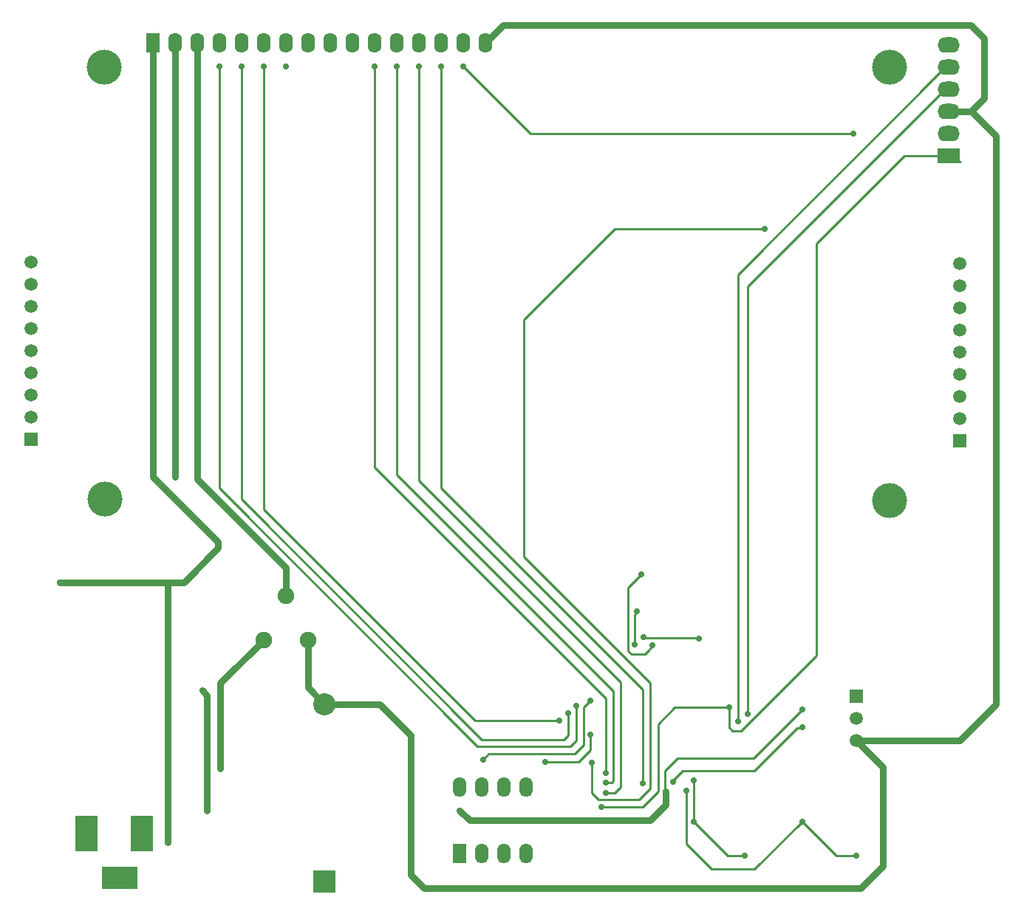
<source format=gbl>
G04*
G04 #@! TF.GenerationSoftware,Altium Limited,Altium Designer,21.0.8 (223)*
G04*
G04 Layer_Physical_Order=2*
G04 Layer_Color=16711680*
%FSTAX24Y24*%
%MOIN*%
G70*
G04*
G04 #@! TF.SameCoordinates,3F40436D-0E53-4E97-8F6E-D988C466AF24*
G04*
G04*
G04 #@! TF.FilePolarity,Positive*
G04*
G01*
G75*
%ADD12C,0.0098*%
%ADD55C,0.0114*%
%ADD57C,0.0315*%
%ADD58C,0.0598*%
%ADD59R,0.0598X0.0598*%
%ADD60C,0.0750*%
%ADD61C,0.1575*%
%ADD62O,0.0620X0.0900*%
%ADD63R,0.0620X0.0900*%
%ADD64R,0.1000X0.0700*%
%ADD65O,0.1000X0.0700*%
%ADD66R,0.1000X0.1000*%
%ADD67C,0.1000*%
%ADD68R,0.1600X0.1000*%
%ADD69R,0.1000X0.1600*%
%ADD70R,0.0600X0.0900*%
%ADD71O,0.0600X0.0900*%
%ADD72C,0.0276*%
D12*
X0516Y0165D02*
X053516Y018416D01*
X053716D01*
X05375Y01845D01*
X044195Y019655D02*
X0442D01*
X0439Y01936D02*
X044195Y019655D01*
X05085Y0389D02*
X0602Y04825D01*
X05085Y018715D02*
Y0389D01*
X045288Y04095D02*
X05205D01*
X0412Y036862D02*
X045288Y04095D01*
X0412Y02615D02*
Y036862D01*
X0544Y0403D02*
X05835Y04425D01*
X0544Y0217D02*
Y0403D01*
X051Y0183D02*
X0544Y0217D01*
X0513Y01905D02*
Y03835D01*
X0602Y04725D01*
X0412Y02615D02*
X0469Y02045D01*
Y0157D02*
Y02045D01*
X0415Y04525D02*
X05605D01*
X03845Y0483D02*
X0415Y04525D01*
X048Y01935D02*
X05042D01*
X050435Y019365D01*
X0506Y0183D02*
X051D01*
X05835Y04425D02*
X06035D01*
X050435Y018465D02*
X0506Y0183D01*
X050435Y018465D02*
Y019365D01*
X0602Y04825D02*
X06035D01*
X0602Y04725D02*
X06035D01*
Y04425D02*
X0606Y044D01*
X0609D01*
X04725Y0186D02*
X048Y01935D01*
X04725Y01555D02*
Y0186D01*
X0464Y0152D02*
X0469Y0157D01*
X04455Y0152D02*
X0464D01*
X0471Y0154D02*
X04725Y01555D01*
X04835Y0165D02*
X0516D01*
X04795Y0161D02*
X04835Y0165D01*
X0553Y01265D02*
X0562D01*
X04965Y01205D02*
X0516D01*
X048508Y013192D02*
Y015596D01*
X0516Y01205D02*
X05375Y0142D01*
X0553Y01265D01*
X048508Y013192D02*
X04965Y01205D01*
X04885Y0142D02*
X0504Y01265D01*
X04791Y016D02*
Y016048D01*
X04885Y0142D02*
Y01605D01*
X04791Y016048D02*
X04795Y016088D01*
Y0161D01*
X0439Y01765D02*
Y01936D01*
X04425Y0155D02*
Y01685D01*
Y0155D02*
X04455Y0152D01*
X0396Y01725D02*
X0435D01*
X0439Y01765D01*
X03935Y017D02*
X0396Y01725D01*
X04655Y01485D02*
X0471Y0154D01*
Y0154D01*
X0447Y01485D02*
X04655D01*
X0504Y01265D02*
X05115D01*
D55*
X05155Y01705D02*
X05375Y01925D01*
X02945Y0283D02*
X039Y01875D01*
X0428D01*
X02945Y0283D02*
Y0483D01*
X044095Y019705D02*
X044106D01*
X044156Y019655D01*
X0442D01*
X02745Y02925D02*
X0391Y0176D01*
X02745Y02925D02*
Y0483D01*
X0391Y0176D02*
X0433D01*
X02845Y02875D02*
X0393Y0179D01*
X02845Y02875D02*
Y0483D01*
X0393Y0179D02*
X043D01*
X047Y022106D02*
Y02215D01*
X046808Y021914D02*
X047Y022106D01*
X046655Y021755D02*
X046808Y021908D01*
Y021914D01*
X046195Y023551D02*
X0463Y023656D01*
X046195Y0222D02*
Y023551D01*
X0463Y023656D02*
Y0237D01*
X0459Y0219D02*
Y024753D01*
Y0219D02*
X046045Y021755D01*
X0459Y024753D02*
X046497Y02535D01*
X046622Y022478D02*
X049072D01*
X0491Y02245D01*
X046595Y022505D02*
X046622Y022478D01*
X046045Y021755D02*
X046655D01*
X03745Y02925D02*
X046535Y020165D01*
X03745Y02925D02*
Y0483D01*
X03645Y0296D02*
Y0483D01*
X04555Y01575D02*
Y0205D01*
X046535Y015915D02*
Y020165D01*
X03645Y0296D02*
X04555Y0205D01*
X03545Y02985D02*
Y0483D01*
X03445Y0302D02*
Y0483D01*
X04755Y015698D02*
Y016494D01*
X048106Y01705D01*
X05155D01*
X03545Y02985D02*
X045209Y020091D01*
X03445Y0302D02*
X0449Y01975D01*
X045209Y016026D02*
Y020091D01*
X0449Y0164D02*
Y01975D01*
Y0155D02*
X0453D01*
X04555Y01575D01*
X045142Y015959D02*
X045209Y016026D01*
X0449Y01595D02*
X044909Y015959D01*
X045142D01*
X043567Y017867D02*
Y019433D01*
X043Y0179D02*
X0432Y0181D01*
Y0191D01*
X0433Y0176D02*
X043567Y017867D01*
X043647Y016897D02*
X044173Y017423D01*
X042153Y016897D02*
X043647D01*
X044173Y017423D02*
Y018078D01*
X0442Y018105D01*
D57*
X0562Y01785D02*
X060866D01*
X0347Y0195D02*
X0361Y0181D01*
X0322Y0195D02*
X0347D01*
X03145Y02025D02*
Y0224D01*
Y02025D02*
X0322Y0195D01*
X02645Y02965D02*
X03045Y02565D01*
X02645Y02965D02*
Y04935D01*
X03045Y0244D02*
Y02565D01*
X027395Y026545D02*
Y026805D01*
X02585Y025D02*
X027395Y026545D01*
X02445Y02975D02*
X027395Y026805D01*
X0251Y025D02*
X02585D01*
X02445Y02975D02*
Y04935D01*
X0275Y02045D02*
X02945Y0224D01*
X0275Y0166D02*
Y02045D01*
X0269Y014699D02*
Y0199D01*
X026678Y020122D02*
X0269Y0199D01*
X02025Y025D02*
X0251D01*
X025106Y016806D02*
Y024994D01*
X0251Y025D02*
X025106Y024994D01*
Y01325D02*
Y016806D01*
X0625Y019484D02*
Y04515D01*
X060866Y01785D02*
X0625Y019484D01*
X0614Y04625D02*
X0625Y04515D01*
X02545Y02975D02*
Y04935D01*
X03945D02*
Y049407D01*
X039591Y049548D01*
X039648D01*
X04025Y05015D01*
X06135D01*
X06035Y04625D02*
X06135D01*
X0614D01*
X06135D02*
X06195Y04685D01*
Y04955D01*
X06135Y05015D02*
X06195Y04955D01*
X0562Y01785D02*
X0574Y01665D01*
Y0122D02*
Y01665D01*
X0564Y0112D02*
X0574Y0122D01*
X0417Y0112D02*
X0564D01*
X0361Y0118D02*
Y0181D01*
X0476Y01495D02*
Y01555D01*
X03875Y01425D02*
X0469D01*
X0476Y01495D01*
X0383Y0147D02*
X03875Y01425D01*
X0361Y0118D02*
X0367Y0112D01*
X0417D01*
D58*
X0562Y01785D02*
D03*
Y01885D02*
D03*
X01895Y03245D02*
D03*
Y03945D02*
D03*
Y03845D02*
D03*
Y03745D02*
D03*
Y03645D02*
D03*
Y03545D02*
D03*
Y03445D02*
D03*
Y03345D02*
D03*
X06085Y0324D02*
D03*
Y0394D02*
D03*
Y0384D02*
D03*
Y0374D02*
D03*
Y0364D02*
D03*
Y0354D02*
D03*
Y0344D02*
D03*
Y0334D02*
D03*
D59*
X0562Y01985D02*
D03*
X01895Y03145D02*
D03*
X06085Y0314D02*
D03*
D60*
X03145Y0224D02*
D03*
X03045Y0244D02*
D03*
X02945Y0224D02*
D03*
D61*
X02225Y04825D02*
D03*
X0223Y02875D02*
D03*
X0577Y04825D02*
D03*
Y0287D02*
D03*
D62*
X03945Y04935D02*
D03*
X03845D02*
D03*
X03745D02*
D03*
X03645D02*
D03*
X03545D02*
D03*
X03445D02*
D03*
X03345D02*
D03*
X03245D02*
D03*
X03145D02*
D03*
X03045D02*
D03*
X02945D02*
D03*
X02845D02*
D03*
X02745D02*
D03*
X02645D02*
D03*
X02545D02*
D03*
D63*
X02445D02*
D03*
D64*
X06035Y04425D02*
D03*
D65*
Y04525D02*
D03*
Y04625D02*
D03*
Y04725D02*
D03*
Y04825D02*
D03*
Y04925D02*
D03*
D66*
X0322Y0115D02*
D03*
D67*
Y0195D02*
D03*
D68*
X02295Y01165D02*
D03*
D69*
X02145Y01365D02*
D03*
X02395D02*
D03*
D70*
X0383Y01275D02*
D03*
D71*
X0393D02*
D03*
X0403D02*
D03*
X0413D02*
D03*
X0383Y01575D02*
D03*
X0393D02*
D03*
X0403D02*
D03*
X0413D02*
D03*
D72*
X05375Y01845D02*
D03*
Y01925D02*
D03*
X0442Y019655D02*
D03*
X02545Y02975D02*
D03*
X0275Y0166D02*
D03*
X0269Y014699D02*
D03*
X026678Y020122D02*
D03*
X02025Y025D02*
D03*
X0251D02*
D03*
X025106Y016806D02*
D03*
Y01325D02*
D03*
X05205Y04095D02*
D03*
X047Y02215D02*
D03*
X046195Y0222D02*
D03*
X046595Y022505D02*
D03*
X05605Y04525D02*
D03*
X03845Y0483D02*
D03*
X0513Y01905D02*
D03*
X05085Y018715D02*
D03*
X02745Y0483D02*
D03*
X02845D02*
D03*
X02945D02*
D03*
X03045D02*
D03*
X03445D02*
D03*
X03545D02*
D03*
X03645D02*
D03*
X03745D02*
D03*
X0562Y01265D02*
D03*
X05375Y0142D02*
D03*
X046497Y02535D02*
D03*
X0491Y02245D02*
D03*
X0463Y0237D02*
D03*
X0449Y0164D02*
D03*
Y01595D02*
D03*
X04885Y01605D02*
D03*
X043567Y019433D02*
D03*
X042153Y016897D02*
D03*
X0428Y01875D02*
D03*
X0432Y0191D02*
D03*
X046535Y015915D02*
D03*
X0449Y0155D02*
D03*
X0447Y01485D02*
D03*
X04425Y01685D02*
D03*
X0476Y01555D02*
D03*
X050435Y019365D02*
D03*
X04791Y016D02*
D03*
X048508Y015596D02*
D03*
X0442Y018105D02*
D03*
X0383Y0147D02*
D03*
X0417Y0112D02*
D03*
X05115Y01265D02*
D03*
X04885Y0142D02*
D03*
X03935Y017D02*
D03*
M02*

</source>
